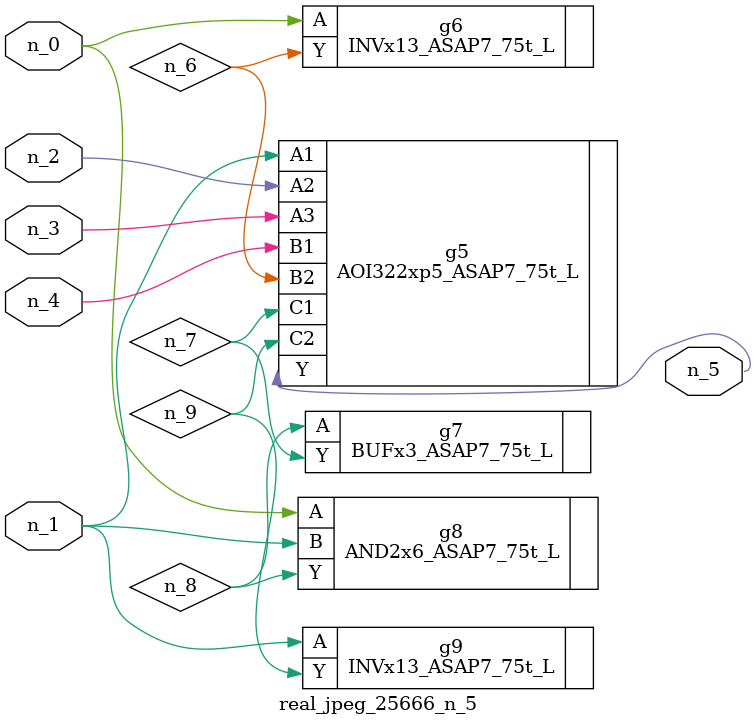
<source format=v>
module real_jpeg_25666_n_5 (n_4, n_0, n_1, n_2, n_3, n_5);

input n_4;
input n_0;
input n_1;
input n_2;
input n_3;

output n_5;

wire n_8;
wire n_6;
wire n_7;
wire n_9;

INVx13_ASAP7_75t_L g6 ( 
.A(n_0),
.Y(n_6)
);

AND2x6_ASAP7_75t_L g8 ( 
.A(n_0),
.B(n_1),
.Y(n_8)
);

AOI322xp5_ASAP7_75t_L g5 ( 
.A1(n_1),
.A2(n_2),
.A3(n_3),
.B1(n_4),
.B2(n_6),
.C1(n_7),
.C2(n_9),
.Y(n_5)
);

INVx13_ASAP7_75t_L g9 ( 
.A(n_1),
.Y(n_9)
);

BUFx3_ASAP7_75t_L g7 ( 
.A(n_8),
.Y(n_7)
);


endmodule
</source>
